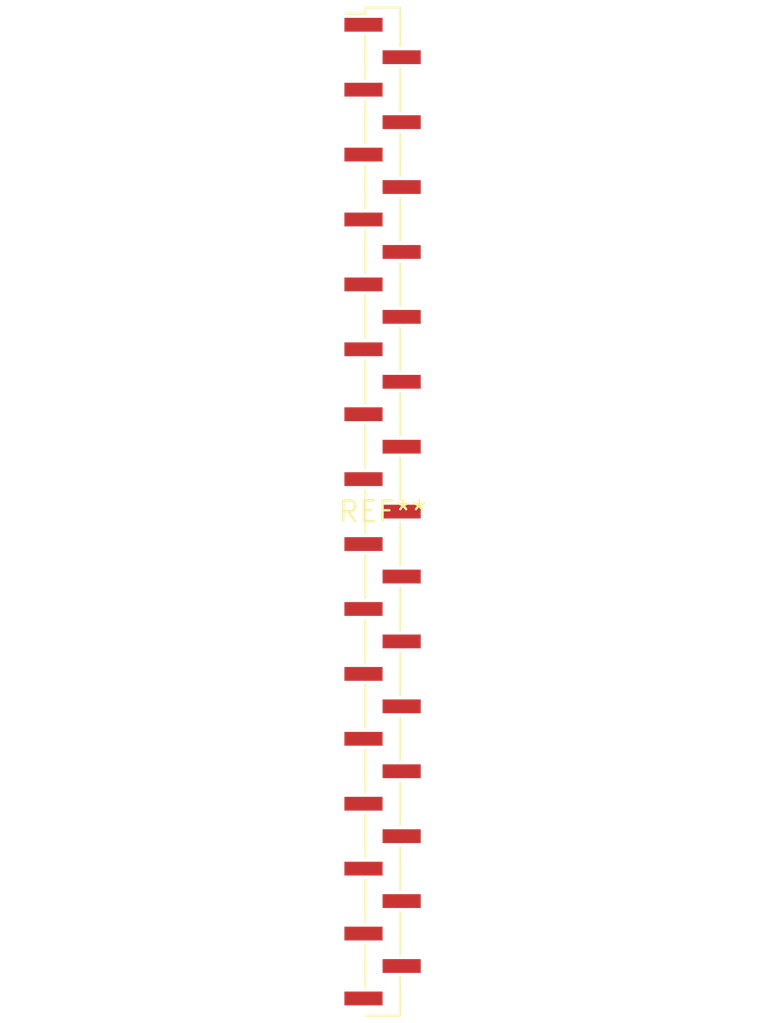
<source format=kicad_pcb>
(kicad_pcb (version 20240108) (generator pcbnew)
  (layers (0 "F.Cu" signal) (31 "B.Cu" signal) (34 "B.Paste" user) (35 "F.Paste" user) (36 "B.SilkS" user "B.Silkscreen") (37 "F.SilkS" user "F.Silkscreen") (38 "B.Mask" user) (39 "F.Mask" user) (44 "Edge.Cuts" user))
  (net 0 "")
  (footprint "PinHeader_1x31_P2.00mm_Vertical_SMD_Pin1Left" (layer "F.Cu") (at 0 0)
    (property "Reference" "REF**")
    (property "Value" "PinHeader_1x31_P2.00mm_Vertical_SMD_Pin1Left")
    (fp_line (start -1.06 -31.06) (end -1.06 -30.685) (layer "F.SilkS") (stroke (width 0.12)))
    (fp_line (start -1.06 -31.06) (end 1.06 -31.06) (layer "F.SilkS") (stroke (width 0.12)))
    (fp_line (start -1.06 -30.685) (end -2.29 -30.685) (layer "F.SilkS") (stroke (width 0.12)))
    (fp_line (start -1.06 -29.315) (end -1.06 -26.685) (layer "F.SilkS") (stroke (width 0.12)))
    (fp_line (start -1.06 -25.315) (end -1.06 -22.685) (layer "F.SilkS") (stroke (width 0.12)))
    (fp_line (start -1.06 -21.315) (end -1.06 -18.685) (layer "F.SilkS") (stroke (width 0.12)))
    (fp_line (start -1.06 -17.315) (end -1.06 -14.685) (layer "F.SilkS") (stroke (width 0.12)))
    (fp_line (start -1.06 -13.315) (end -1.06 -10.685) (layer "F.SilkS") (stroke (width 0.12)))
    (fp_line (start -1.06 -9.315) (end -1.06 -6.685) (layer "F.SilkS") (stroke (width 0.12)))
    (fp_line (start -1.06 -5.315) (end -1.06 -2.685) (layer "F.SilkS") (stroke (width 0.12)))
    (fp_line (start -1.06 -1.315) (end -1.06 1.315) (layer "F.SilkS") (stroke (width 0.12)))
    (fp_line (start -1.06 2.685) (end -1.06 5.315) (layer "F.SilkS") (stroke (width 0.12)))
    (fp_line (start -1.06 6.685) (end -1.06 9.315) (layer "F.SilkS") (stroke (width 0.12)))
    (fp_line (start -1.06 10.685) (end -1.06 13.315) (layer "F.SilkS") (stroke (width 0.12)))
    (fp_line (start -1.06 14.685) (end -1.06 17.315) (layer "F.SilkS") (stroke (width 0.12)))
    (fp_line (start -1.06 18.685) (end -1.06 21.315) (layer "F.SilkS") (stroke (width 0.12)))
    (fp_line (start -1.06 22.685) (end -1.06 25.315) (layer "F.SilkS") (stroke (width 0.12)))
    (fp_line (start -1.06 26.685) (end -1.06 29.315) (layer "F.SilkS") (stroke (width 0.12)))
    (fp_line (start -1.06 31.06) (end 1.06 31.06) (layer "F.SilkS") (stroke (width 0.12)))
    (fp_line (start 1.06 -31.06) (end 1.06 -28.685) (layer "F.SilkS") (stroke (width 0.12)))
    (fp_line (start 1.06 -27.315) (end 1.06 -24.685) (layer "F.SilkS") (stroke (width 0.12)))
    (fp_line (start 1.06 -23.315) (end 1.06 -20.685) (layer "F.SilkS") (stroke (width 0.12)))
    (fp_line (start 1.06 -19.315) (end 1.06 -16.685) (layer "F.SilkS") (stroke (width 0.12)))
    (fp_line (start 1.06 -15.315) (end 1.06 -12.685) (layer "F.SilkS") (stroke (width 0.12)))
    (fp_line (start 1.06 -11.315) (end 1.06 -8.685) (layer "F.SilkS") (stroke (width 0.12)))
    (fp_line (start 1.06 -7.315) (end 1.06 -4.685) (layer "F.SilkS") (stroke (width 0.12)))
    (fp_line (start 1.06 -3.315) (end 1.06 -0.685) (layer "F.SilkS") (stroke (width 0.12)))
    (fp_line (start 1.06 0.685) (end 1.06 3.315) (layer "F.SilkS") (stroke (width 0.12)))
    (fp_line (start 1.06 4.685) (end 1.06 7.315) (layer "F.SilkS") (stroke (width 0.12)))
    (fp_line (start 1.06 8.685) (end 1.06 11.315) (layer "F.SilkS") (stroke (width 0.12)))
    (fp_line (start 1.06 12.685) (end 1.06 15.315) (layer "F.SilkS") (stroke (width 0.12)))
    (fp_line (start 1.06 16.685) (end 1.06 19.315) (layer "F.SilkS") (stroke (width 0.12)))
    (fp_line (start 1.06 20.685) (end 1.06 23.315) (layer "F.SilkS") (stroke (width 0.12)))
    (fp_line (start 1.06 24.685) (end 1.06 27.315) (layer "F.SilkS") (stroke (width 0.12)))
    (fp_line (start 1.06 28.685) (end 1.06 31.06) (layer "F.SilkS") (stroke (width 0.12)))
    (fp_line (start 1.06 30.685) (end 1.06 31.06) (layer "F.SilkS") (stroke (width 0.12)))
    (pad "1" smd rect (at -1.175 -30) (size 2.35 0.85) (layers "F.Cu" "F.Paste" "F.Mask"))
    (pad "2" smd rect (at 1.175 -28) (size 2.35 0.85) (layers "F.Cu" "F.Paste" "F.Mask"))
    (pad "3" smd rect (at -1.175 -26) (size 2.35 0.85) (layers "F.Cu" "F.Paste" "F.Mask"))
    (pad "4" smd rect (at 1.175 -24) (size 2.35 0.85) (layers "F.Cu" "F.Paste" "F.Mask"))
    (pad "5" smd rect (at -1.175 -22) (size 2.35 0.85) (layers "F.Cu" "F.Paste" "F.Mask"))
    (pad "6" smd rect (at 1.175 -20) (size 2.35 0.85) (layers "F.Cu" "F.Paste" "F.Mask"))
    (pad "7" smd rect (at -1.175 -18) (size 2.35 0.85) (layers "F.Cu" "F.Paste" "F.Mask"))
    (pad "8" smd rect (at 1.175 -16) (size 2.35 0.85) (layers "F.Cu" "F.Paste" "F.Mask"))
    (pad "9" smd rect (at -1.175 -14) (size 2.35 0.85) (layers "F.Cu" "F.Paste" "F.Mask"))
    (pad "10" smd rect (at 1.175 -12) (size 2.35 0.85) (layers "F.Cu" "F.Paste" "F.Mask"))
    (pad "11" smd rect (at -1.175 -10) (size 2.35 0.85) (layers "F.Cu" "F.Paste" "F.Mask"))
    (pad "12" smd rect (at 1.175 -8) (size 2.35 0.85) (layers "F.Cu" "F.Paste" "F.Mask"))
    (pad "13" smd rect (at -1.175 -6) (size 2.35 0.85) (layers "F.Cu" "F.Paste" "F.Mask"))
    (pad "14" smd rect (at 1.175 -4) (size 2.35 0.85) (layers "F.Cu" "F.Paste" "F.Mask"))
    (pad "15" smd rect (at -1.175 -2) (size 2.35 0.85) (layers "F.Cu" "F.Paste" "F.Mask"))
    (pad "16" smd rect (at 1.175 0) (size 2.35 0.85) (layers "F.Cu" "F.Paste" "F.Mask"))
    (pad "17" smd rect (at -1.175 2) (size 2.35 0.85) (layers "F.Cu" "F.Paste" "F.Mask"))
    (pad "18" smd rect (at 1.175 4) (size 2.35 0.85) (layers "F.Cu" "F.Paste" "F.Mask"))
    (pad "19" smd rect (at -1.175 6) (size 2.35 0.85) (layers "F.Cu" "F.Paste" "F.Mask"))
    (pad "20" smd rect (at 1.175 8) (size 2.35 0.85) (layers "F.Cu" "F.Paste" "F.Mask"))
    (pad "21" smd rect (at -1.175 10) (size 2.35 0.85) (layers "F.Cu" "F.Paste" "F.Mask"))
    (pad "22" smd rect (at 1.175 12) (size 2.35 0.85) (layers "F.Cu" "F.Paste" "F.Mask"))
    (pad "23" smd rect (at -1.175 14) (size 2.35 0.85) (layers "F.Cu" "F.Paste" "F.Mask"))
    (pad "24" smd rect (at 1.175 16) (size 2.35 0.85) (layers "F.Cu" "F.Paste" "F.Mask"))
    (pad "25" smd rect (at -1.175 18) (size 2.35 0.85) (layers "F.Cu" "F.Paste" "F.Mask"))
    (pad "26" smd rect (at 1.175 20) (size 2.35 0.85) (layers "F.Cu" "F.Paste" "F.Mask"))
    (pad "27" smd rect (at -1.175 22) (size 2.35 0.85) (layers "F.Cu" "F.Paste" "F.Mask"))
    (pad "28" smd rect (at 1.175 24) (size 2.35 0.85) (layers "F.Cu" "F.Paste" "F.Mask"))
    (pad "29" smd rect (at -1.175 26) (size 2.35 0.85) (layers "F.Cu" "F.Paste" "F.Mask"))
    (pad "30" smd rect (at 1.175 28) (size 2.35 0.85) (layers "F.Cu" "F.Paste" "F.Mask"))
    (pad "31" smd rect (at -1.175 30) (size 2.35 0.85) (layers "F.Cu" "F.Paste" "F.Mask"))
  )
)
</source>
